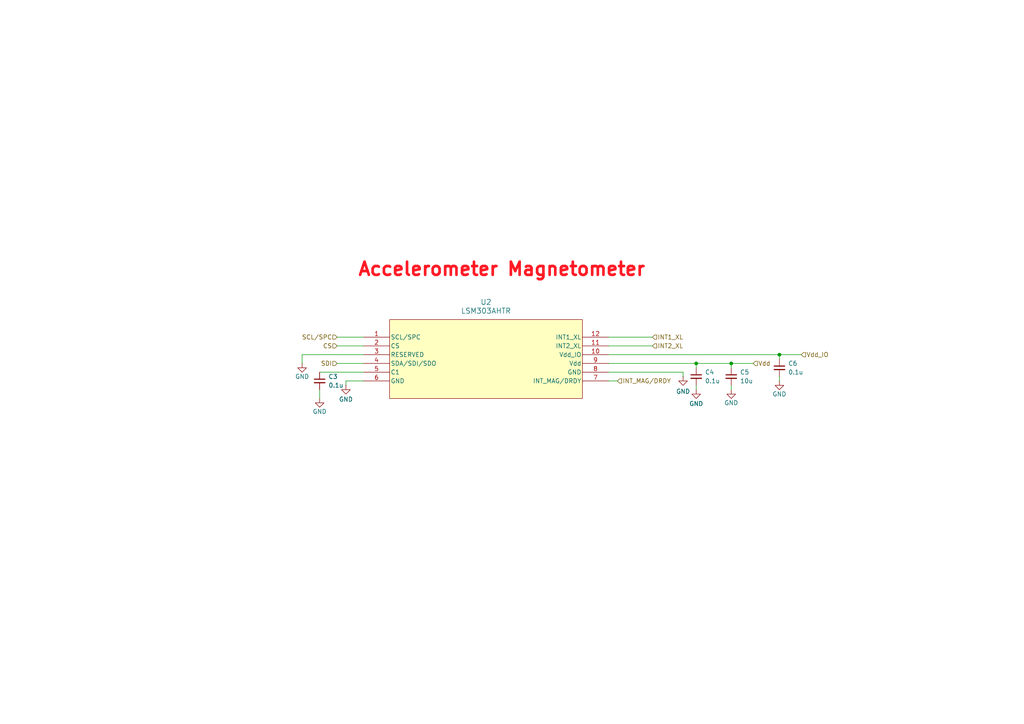
<source format=kicad_sch>
(kicad_sch (version 20250114) (generator "eeschema") (generator_version "9.0")
  (paper "A4")
  (lib_symbols
    (symbol "Device:C_Small" (pin_numbers (hide yes)) (pin_names (offset 0.254) (hide yes))
      (property "Reference" "C" (at 0.254 1.778 0))
      (property "Value" "C_Small" (at 0.254 -2.032 0))
      (symbol "C_Small_0_1"
        (polyline (pts (xy -1.524 0.508) (xy 1.524 0.508)) (stroke (width 0.3048)))
        (polyline (pts (xy -1.524 -0.508) (xy 1.524 -0.508)) (stroke (width 0.3302)))
      )
      (symbol "C_Small_1_1"
        (pin passive line (at 0 2.54 270) (length 2.032) (name "~") (number "1"))
        (pin passive line (at 0 -2.54 90) (length 2.032) (name "~") (number "2"))
      )
    )
    (symbol "My_Libraries:LSM303AHTR" (pin_names (offset 0.254))
      (property "Reference" "U2" (at 35.56 10.16 0))
      (property "Value" "LSM303AHTR" (at 35.56 7.62 0))
      (symbol "LSM303AHTR_0_1"
        (pin unspecified line (at 0 0 0) (length 7.62) (name "SCL/SPC") (number "1"))
        (pin unspecified line (at 0 -2.54 0) (length 7.62) (name "CS") (number "2"))
        (pin unspecified line (at 0 -5.08 0) (length 7.62) (name "RESERVED") (number "3"))
        (pin unspecified line (at 0 -7.62 0) (length 7.62) (name "SDA/SDI/SDO") (number "4"))
        (pin unspecified line (at 0 -10.16 0) (length 7.62) (name "C1") (number "5"))
        (pin input line (at 71.12 0 180) (length 7.62) (name "INT1_XL") (number "12"))
        (pin input line (at 71.12 -2.54 180) (length 7.62) (name "INT2_XL") (number "11"))
        (pin power_in line (at 71.12 -5.08 180) (length 7.62) (name "Vdd_IO") (number "10"))
        (pin power_in line (at 71.12 -7.62 180) (length 7.62) (name "Vdd") (number "9"))
        (pin power_out line (at 71.12 -10.16 180) (length 7.62) (name "GND") (number "8"))
        (pin input line (at 71.12 -12.7 180) (length 7.62) (name "INT_MAG/DRDY") (number "7"))
      )
      (symbol "LSM303AHTR_1_1"
        (rectangle (start 7.62 5.08) (end 63.5 -17.78) (fill (type background)))
        (pin passive line (at 0 -12.7 0) (length 7.62) (name "GND") (number "6"))
      )
    )
    (symbol "power:GND" (power) (pin_numbers (hide yes)) (pin_names (offset 0) (hide yes))
      (property "Value" "GND" (at 0 -3.81 0))
      (symbol "GND_0_1"
        (polyline (pts (xy 0 0) (xy 0 -1.27) (xy 1.27 -1.27) (xy 0 -2.54) (xy -1.27 -1.27) (xy 0 -1.27)))
      )
      (symbol "GND_1_1"
        (pin power_in line (at 0 0 270) (length 0) (name "~") (number "1"))
      )
    )
  )
  (text "Accelerometer Magnetometer\n" (at 145.542 78.232 0) (effects (font (size 3.81 3.81) (thickness 0.762) (bold yes))))
  (junction (at 226.06 102.87))
  (junction (at 212.09 105.41))
  (junction (at 201.93 105.41))
  (wire (pts (xy 198.12 107.95) (xy 198.12 109.22)))
  (wire (pts (xy 226.06 110.49) (xy 226.06 109.22)))
  (wire (pts (xy 176.53 105.41) (xy 201.93 105.41)))
  (wire (pts (xy 212.09 106.68) (xy 212.09 105.41)))
  (wire (pts (xy 176.53 102.87) (xy 226.06 102.87)))
  (wire (pts (xy 87.63 105.41) (xy 87.63 102.87)))
  (wire (pts (xy 87.63 102.87) (xy 105.41 102.87)))
  (wire (pts (xy 97.79 100.33) (xy 105.41 100.33)))
  (wire (pts (xy 212.09 105.41) (xy 218.44 105.41)))
  (wire (pts (xy 226.06 104.14) (xy 226.06 102.87)))
  (wire (pts (xy 201.93 106.68) (xy 201.93 105.41)))
  (wire (pts (xy 201.93 111.76) (xy 201.93 113.03)))
  (wire (pts (xy 176.53 107.95) (xy 198.12 107.95)))
  (wire (pts (xy 201.93 105.41) (xy 212.09 105.41)))
  (wire (pts (xy 92.71 113.03) (xy 92.71 115.57)))
  (wire (pts (xy 226.06 102.87) (xy 232.41 102.87)))
  (wire (pts (xy 212.09 111.76) (xy 212.09 113.03)))
  (wire (pts (xy 97.79 97.79) (xy 105.41 97.79)))
  (wire (pts (xy 176.53 100.33) (xy 189.23 100.33)))
  (wire (pts (xy 105.41 110.49) (xy 100.33 110.49)))
  (wire (pts (xy 176.53 97.79) (xy 189.23 97.79)))
  (wire (pts (xy 100.33 110.49) (xy 100.33 111.76)))
  (wire (pts (xy 92.71 107.95) (xy 105.41 107.95)))
  (wire (pts (xy 176.53 110.49) (xy 179.07 110.49)))
  (wire (pts (xy 97.79 105.41) (xy 105.41 105.41)))
  (hierarchical_label "Vdd" (shape input) (at 218.44 105.41 0))
  (hierarchical_label "CS" (shape input) (at 97.79 100.33 180))
  (hierarchical_label "INT1_XL" (shape input) (at 189.23 97.79 0))
  (hierarchical_label "INT_MAG{slash}DRDY" (shape input) (at 179.07 110.49 0))
  (hierarchical_label "SCL{slash}SPC" (shape input) (at 97.79 97.79 180))
  (hierarchical_label "INT2_XL" (shape input) (at 189.23 100.33 0))
  (hierarchical_label "Vdd_IO" (shape input) (at 232.41 102.87 0))
  (hierarchical_label "SDI" (shape input) (at 97.79 105.41 180))
  (symbol (lib_id "power:GND") (at 100.33 111.76 0) (unit 1)
    (property "Reference" "#PWR03" (effects (hide yes)))
    (property "Value" "GND" (at 100.33 115.824 0))
    (property "Description" "Power symbol creates a global label with name \"GND\" , ground" (effects (hide yes)))
  )
  (symbol (lib_id "power:GND") (at 198.12 109.22 0) (unit 1)
    (property "Reference" "#PWR04" (effects (hide yes)))
    (property "Value" "GND" (at 198.12 113.538 0))
    (property "Description" "Power symbol creates a global label with name \"GND\" , ground" (effects (hide yes)))
  )
  (symbol (lib_id "power:GND") (at 226.06 110.49 0) (unit 1)
    (property "Reference" "#PWR012" (effects (hide yes)))
    (property "Value" "GND" (at 226.06 114.3 0))
    (property "Description" "Power symbol creates a global label with name \"GND\" , ground" (effects (hide yes)))
  )
  (symbol (lib_id "power:GND") (at 201.93 113.03 0) (unit 1)
    (property "Reference" "#PWR010" (effects (hide yes)))
    (property "Value" "GND" (at 201.93 117.094 0))
    (property "Description" "Power symbol creates a global label with name \"GND\" , ground" (effects (hide yes)))
  )
  (symbol (lib_id "power:GND") (at 212.09 113.03 0) (unit 1)
    (property "Reference" "#PWR011" (effects (hide yes)))
    (property "Value" "GND" (at 212.09 116.84 0))
    (property "Description" "Power symbol creates a global label with name \"GND\" , ground" (effects (hide yes)))
  )
  (symbol (lib_id "My_Libraries:LSM303AHTR") (at 105.41 97.79 0) (unit 1)
    (property "Reference" "U2" (at 140.97 87.63 0) (effects (font (size 1.524 1.524))))
    (property "Value" "LSM303AHTR" (at 140.97 90.17 0) (effects (font (size 1.524 1.524))))
    (property "Footprint" "My_Libraries:LSM303AHTR" (effects (hide yes)))
    (property "Datasheet" "LSM303AHTR" (effects (hide yes)))
  )
  (symbol (lib_id "power:GND") (at 87.63 105.41 0) (unit 1)
    (property "Reference" "#PWR08" (effects (hide yes)))
    (property "Value" "GND" (at 87.63 109.22 0))
    (property "Description" "Power symbol creates a global label with name \"GND\" , ground" (effects (hide yes)))
  )
  (symbol (lib_id "Device:C_Small") (at 212.09 109.22 0) (unit 1)
    (property "Reference" "C5" (at 214.63 107.9562 0) (effects (justify left)))
    (property "Value" "10u" (at 214.63 110.4962 0) (effects (justify left)))
    (property "Footprint" "Capacitor_SMD:C_0805_2012Metric" (effects (hide yes)))
    (property "Description" "Unpolarized capacitor, small symbol" (effects (hide yes)))
  )
  (symbol (lib_id "Device:C_Small") (at 92.71 110.49 0) (unit 1)
    (property "Reference" "C3" (at 95.25 109.2262 0) (effects (justify left)))
    (property "Value" "0.1u" (at 95.25 111.7662 0) (effects (justify left)))
    (property "Footprint" "Capacitor_SMD:C_0603_1608Metric" (effects (hide yes)))
    (property "Description" "Unpolarized capacitor, small symbol" (effects (hide yes)))
  )
  (symbol (lib_id "Device:C_Small") (at 226.06 106.68 0) (unit 1)
    (property "Reference" "C6" (at 228.6 105.4162 0) (effects (justify left)))
    (property "Value" "0.1u" (at 228.6 107.9562 0) (effects (justify left)))
    (property "Footprint" "Capacitor_SMD:C_0603_1608Metric" (effects (hide yes)))
    (property "Description" "Unpolarized capacitor, small symbol" (effects (hide yes)))
  )
  (symbol (lib_id "Device:C_Small") (at 201.93 109.22 0) (unit 1)
    (property "Reference" "C4" (at 204.47 107.9562 0) (effects (justify left)))
    (property "Value" "0.1u" (at 204.47 110.4962 0) (effects (justify left)))
    (property "Footprint" "Capacitor_SMD:C_0603_1608Metric" (effects (hide yes)))
    (property "Description" "Unpolarized capacitor, small symbol" (effects (hide yes)))
  )
  (symbol (lib_id "power:GND") (at 92.71 115.57 0) (unit 1)
    (property "Reference" "#PWR09" (effects (hide yes)))
    (property "Value" "GND" (at 92.71 119.38 0))
    (property "Description" "Power symbol creates a global label with name \"GND\" , ground" (effects (hide yes)))
  )
)
</source>
